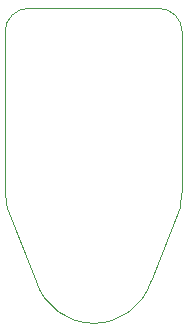
<source format=gbr>
%TF.GenerationSoftware,KiCad,Pcbnew,(5.1.7)-1*%
%TF.CreationDate,2020-12-02T23:42:10-06:00*%
%TF.ProjectId,025mag-PROBE-BOARD_REV2,3032356d-6167-42d5-9052-4f42452d424f,rev?*%
%TF.SameCoordinates,Original*%
%TF.FileFunction,Profile,NP*%
%FSLAX46Y46*%
G04 Gerber Fmt 4.6, Leading zero omitted, Abs format (unit mm)*
G04 Created by KiCad (PCBNEW (5.1.7)-1) date 2020-12-02 23:42:10*
%MOMM*%
%LPD*%
G01*
G04 APERTURE LIST*
%TA.AperFunction,Profile*%
%ADD10C,0.100000*%
%TD*%
G04 APERTURE END LIST*
D10*
X7500000Y-2248852D02*
X7500000Y11250399D01*
X7500000Y-2248852D02*
G75*
G02*
X7312157Y-3606476I-5000001J0D01*
G01*
X-7499999Y11250399D02*
G75*
G02*
X-5499999Y13250399I2000000J0D01*
G01*
X-7311811Y-3622127D02*
G75*
G02*
X-7500000Y-2248852I4821468J1360250D01*
G01*
X-7500000Y-2248852D02*
X-7499999Y11250399D01*
X5500000Y13250399D02*
G75*
G02*
X7500000Y11250399I0J-2000000D01*
G01*
X5500000Y13250399D02*
X-5499999Y13250399D01*
X7312157Y-3606476D02*
X4865690Y-9850488D01*
X-7311811Y-3622127D02*
X-4865690Y-9850487D01*
X4865690Y-9850488D02*
G75*
G02*
X-4865690Y-9850487I-4865690J1528088D01*
G01*
M02*

</source>
